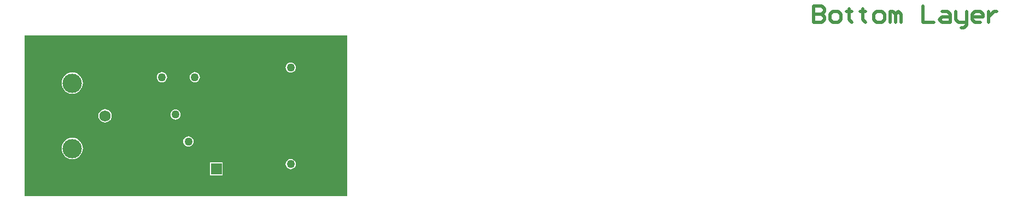
<source format=gbl>
G04 Layer_Physical_Order=2*
G04 Layer_Color=16711680*
%FSLAX25Y25*%
%MOIN*%
G70*
G01*
G75*
%ADD12R,0.16535X0.05315*%
%ADD17C,0.02000*%
%ADD18C,0.11811*%
%ADD19C,0.06890*%
%ADD20C,0.05000*%
%ADD21R,0.06500X0.06500*%
%ADD22C,0.06500*%
%ADD23C,0.02400*%
G36*
X590551Y393701D02*
X393701D01*
Y492126D01*
X590551D01*
Y393701D01*
D02*
G37*
%LPC*%
G36*
X422913Y429450D02*
X421638Y429325D01*
X420412Y428953D01*
X419282Y428349D01*
X418291Y427536D01*
X417478Y426545D01*
X416874Y425415D01*
X416502Y424189D01*
X416376Y422913D01*
X416502Y421638D01*
X416874Y420412D01*
X417478Y419282D01*
X418291Y418291D01*
X419282Y417478D01*
X420412Y416874D01*
X421638Y416502D01*
X422913Y416376D01*
X424189Y416502D01*
X425415Y416874D01*
X426545Y417478D01*
X427536Y418291D01*
X428349Y419282D01*
X428953Y420412D01*
X429325Y421638D01*
X429450Y422913D01*
X429325Y424189D01*
X428953Y425415D01*
X428349Y426545D01*
X427536Y427536D01*
X426545Y428349D01*
X425415Y428953D01*
X424189Y429325D01*
X422913Y429450D01*
D02*
G37*
G36*
X493701Y430292D02*
X492892Y430186D01*
X492137Y429873D01*
X491490Y429376D01*
X490993Y428729D01*
X490681Y427975D01*
X490574Y427165D01*
X490681Y426356D01*
X490993Y425602D01*
X491490Y424954D01*
X492137Y424458D01*
X492892Y424145D01*
X493701Y424039D01*
X494510Y424145D01*
X495264Y424458D01*
X495912Y424954D01*
X496409Y425602D01*
X496721Y426356D01*
X496828Y427165D01*
X496721Y427975D01*
X496409Y428729D01*
X495912Y429376D01*
X495264Y429873D01*
X494510Y430186D01*
X493701Y430292D01*
D02*
G37*
G36*
X514677Y414283D02*
X506977D01*
Y406583D01*
X514677D01*
Y414283D01*
D02*
G37*
G36*
X556102Y416513D02*
X555293Y416406D01*
X554539Y416094D01*
X553891Y415597D01*
X553395Y414949D01*
X553082Y414195D01*
X552976Y413386D01*
X553082Y412577D01*
X553395Y411823D01*
X553891Y411175D01*
X554539Y410678D01*
X555293Y410366D01*
X556102Y410259D01*
X556912Y410366D01*
X557666Y410678D01*
X558313Y411175D01*
X558810Y411823D01*
X559123Y412577D01*
X559229Y413386D01*
X559123Y414195D01*
X558810Y414949D01*
X558313Y415597D01*
X557666Y416094D01*
X556912Y416406D01*
X556102Y416513D01*
D02*
G37*
G36*
X442913Y446993D02*
X441857Y446854D01*
X440873Y446447D01*
X440028Y445798D01*
X439380Y444953D01*
X438973Y443969D01*
X438834Y442913D01*
X438973Y441857D01*
X439380Y440873D01*
X440028Y440028D01*
X440873Y439380D01*
X441857Y438973D01*
X442913Y438834D01*
X443969Y438973D01*
X444953Y439380D01*
X445798Y440028D01*
X446447Y440873D01*
X446854Y441857D01*
X446993Y442913D01*
X446854Y443969D01*
X446447Y444953D01*
X445798Y445798D01*
X444953Y446447D01*
X443969Y446854D01*
X442913Y446993D01*
D02*
G37*
G36*
X497638Y469662D02*
X496829Y469556D01*
X496074Y469243D01*
X495427Y468746D01*
X494930Y468099D01*
X494618Y467345D01*
X494511Y466535D01*
X494618Y465726D01*
X494930Y464972D01*
X495427Y464325D01*
X496074Y463828D01*
X496829Y463515D01*
X497638Y463409D01*
X498447Y463515D01*
X499201Y463828D01*
X499849Y464325D01*
X500346Y464972D01*
X500658Y465726D01*
X500765Y466535D01*
X500658Y467345D01*
X500346Y468099D01*
X499849Y468746D01*
X499201Y469243D01*
X498447Y469556D01*
X497638Y469662D01*
D02*
G37*
G36*
X556102Y475568D02*
X555293Y475461D01*
X554539Y475149D01*
X553891Y474652D01*
X553395Y474004D01*
X553082Y473250D01*
X552976Y472441D01*
X553082Y471632D01*
X553395Y470878D01*
X553891Y470230D01*
X554539Y469733D01*
X555293Y469421D01*
X556102Y469314D01*
X556912Y469421D01*
X557666Y469733D01*
X558313Y470230D01*
X558810Y470878D01*
X559123Y471632D01*
X559229Y472441D01*
X559123Y473250D01*
X558810Y474004D01*
X558313Y474652D01*
X557666Y475149D01*
X556912Y475461D01*
X556102Y475568D01*
D02*
G37*
G36*
X477559Y469662D02*
X476750Y469556D01*
X475996Y469243D01*
X475348Y468746D01*
X474851Y468099D01*
X474539Y467345D01*
X474432Y466535D01*
X474539Y465726D01*
X474851Y464972D01*
X475348Y464325D01*
X475996Y463828D01*
X476750Y463515D01*
X477559Y463409D01*
X478368Y463515D01*
X479122Y463828D01*
X479770Y464325D01*
X480267Y464972D01*
X480579Y465726D01*
X480686Y466535D01*
X480579Y467345D01*
X480267Y468099D01*
X479770Y468746D01*
X479122Y469243D01*
X478368Y469556D01*
X477559Y469662D01*
D02*
G37*
G36*
X485827Y446828D02*
X485017Y446721D01*
X484263Y446409D01*
X483616Y445912D01*
X483119Y445264D01*
X482807Y444510D01*
X482700Y443701D01*
X482807Y442892D01*
X483119Y442137D01*
X483616Y441490D01*
X484263Y440993D01*
X485017Y440681D01*
X485827Y440574D01*
X486636Y440681D01*
X487390Y440993D01*
X488038Y441490D01*
X488535Y442137D01*
X488847Y442892D01*
X488953Y443701D01*
X488847Y444510D01*
X488535Y445264D01*
X488038Y445912D01*
X487390Y446409D01*
X486636Y446721D01*
X485827Y446828D01*
D02*
G37*
G36*
X422913Y469450D02*
X421638Y469325D01*
X420412Y468953D01*
X419282Y468349D01*
X418291Y467536D01*
X417478Y466545D01*
X416874Y465415D01*
X416502Y464189D01*
X416376Y462913D01*
X416502Y461638D01*
X416874Y460412D01*
X417478Y459282D01*
X418291Y458291D01*
X419282Y457478D01*
X420412Y456874D01*
X421638Y456502D01*
X422913Y456376D01*
X424189Y456502D01*
X425415Y456874D01*
X426545Y457478D01*
X427536Y458291D01*
X428349Y459282D01*
X428953Y460412D01*
X429325Y461638D01*
X429450Y462913D01*
X429325Y464189D01*
X428953Y465415D01*
X428349Y466545D01*
X427536Y467536D01*
X426545Y468349D01*
X425415Y468953D01*
X424189Y469325D01*
X422913Y469450D01*
D02*
G37*
%LPD*%
D12*
X582283Y483563D02*
D03*
Y461319D02*
D03*
Y424508D02*
D03*
Y402264D02*
D03*
D17*
X875000Y509997D02*
Y500000D01*
X879998D01*
X881664Y501666D01*
Y503332D01*
X879998Y504998D01*
X875000D01*
X879998D01*
X881664Y506665D01*
Y508331D01*
X879998Y509997D01*
X875000D01*
X886663Y500000D02*
X889995D01*
X891661Y501666D01*
Y504998D01*
X889995Y506665D01*
X886663D01*
X884997Y504998D01*
Y501666D01*
X886663Y500000D01*
X896660Y508331D02*
Y506665D01*
X894993D01*
X898326D01*
X896660D01*
Y501666D01*
X898326Y500000D01*
X904990Y508331D02*
Y506665D01*
X903324D01*
X906656D01*
X904990D01*
Y501666D01*
X906656Y500000D01*
X913321D02*
X916653D01*
X918319Y501666D01*
Y504998D01*
X916653Y506665D01*
X913321D01*
X911655Y504998D01*
Y501666D01*
X913321Y500000D01*
X921652D02*
Y506665D01*
X923318D01*
X924984Y504998D01*
Y500000D01*
Y504998D01*
X926650Y506665D01*
X928316Y504998D01*
Y500000D01*
X941645Y509997D02*
Y500000D01*
X948310D01*
X953308Y506665D02*
X956640D01*
X958306Y504998D01*
Y500000D01*
X953308D01*
X951642Y501666D01*
X953308Y503332D01*
X958306D01*
X961639Y506665D02*
Y501666D01*
X963305Y500000D01*
X968303D01*
Y498334D01*
X966637Y496668D01*
X964971D01*
X968303Y500000D02*
Y506665D01*
X976634Y500000D02*
X973302D01*
X971635Y501666D01*
Y504998D01*
X973302Y506665D01*
X976634D01*
X978300Y504998D01*
Y503332D01*
X971635D01*
X981632Y506665D02*
Y500000D01*
Y503332D01*
X983298Y504998D01*
X984964Y506665D01*
X986631D01*
D18*
X422913Y462913D02*
D03*
Y422913D02*
D03*
D19*
X442913Y442913D02*
D03*
Y432913D02*
D03*
D20*
X477559Y466535D02*
D03*
X497638D02*
D03*
X493701Y427165D02*
D03*
X485827Y443701D02*
D03*
X556102Y413386D02*
D03*
Y472441D02*
D03*
D21*
X510827Y410433D02*
D03*
D22*
Y400433D02*
D03*
D23*
X477559Y437402D02*
D03*
X550787Y450197D02*
D03*
X541831D02*
D03*
X532972D02*
D03*
X524016D02*
D03*
X503937Y401181D02*
D03*
X500000D02*
D03*
X496063D02*
D03*
X576772Y484252D02*
D03*
X580709D02*
D03*
X584646D02*
D03*
X588583D02*
D03*
X576772Y460630D02*
D03*
X580709D02*
D03*
X584646D02*
D03*
X588583D02*
D03*
X576772Y402559D02*
D03*
X580709D02*
D03*
X584646D02*
D03*
X588583D02*
D03*
Y424213D02*
D03*
X576772D02*
D03*
X584646D02*
D03*
X580709D02*
D03*
M02*

</source>
